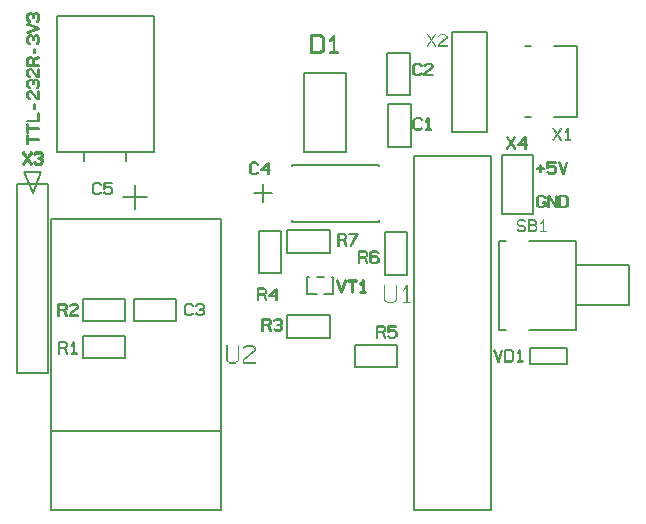
<source format=gbr>
*
G04 Job   : Z:\Rest\ESPto433\V2\PCB\V2.pcb*
G04 User  : DESKTOP-K7BKDL1:life*
G04 Layer : SilkTop.gbr*
G04 Date  : Mon Oct 04 20:14:53 2021*
%ICAS*%
%MOIN*%
%FSLAX26Y26*%
%OFA0.0000B0.0000*%
G90*
G74*
%ADD15C,0.00197*%
%ADD14C,0.00394*%
%ADD16C,0.00598*%
%ADD13C,0.00787*%
%ADD12C,0.00800*%
%ADD11C,0.00984*%
%ADD10C,0.01000*%
G01*
G54D10*
X1104386Y1001006D02*
X1103323D01*
X1103087Y1001045*
X1102890Y1001163*
X1102693Y1001321*
X1102615Y1001557*
X1089820Y1039313*
X1089780Y1039628*
X1089898Y1039865*
X1090135Y1040061*
X1090410Y1040218*
X1090685Y1040258*
X1090961Y1040218*
X1091197Y1040100*
X1091355Y1039825*
X1103835Y1002700*
X1116395Y1039825*
X1116551Y1040100*
X1116787Y1040218*
X1117063Y1040258*
X1117340Y1040218*
X1117615Y1040061*
X1117811Y1039865*
X1117890Y1039628*
X1117850Y1039313*
X1105135Y1001557*
X1105016Y1001321*
X1104780Y1001163*
X1104622Y1001045*
X1104386Y1001006*
X1139150Y1001793D02*
X1139190Y1001518D01*
X1139386Y1001281*
X1139661Y1001163*
X1139937Y1001125*
X1140213Y1001163*
X1140450Y1001281*
X1140646Y1001518*
X1140725Y1001793*
Y1038762*
X1153205*
X1153480Y1038841*
X1153717Y1038998*
X1153835Y1039275*
X1153875Y1039550*
X1153835Y1039865*
X1153717Y1040140*
X1153480Y1040337*
X1153205Y1040376*
X1126630*
X1126355Y1040337*
X1126157Y1040140*
X1126000Y1039865*
X1125961Y1039550*
X1126000Y1039275*
X1126157Y1038998*
X1126355Y1038841*
X1126630Y1038762*
X1139150*
Y1001793*
X1168756Y1002620D02*
X1168441Y1002541D01*
X1168283Y1002385*
X1168165Y1002108*
X1168126Y1001793*
X1168165Y1001518*
X1168283Y1001242*
X1168441Y1001045*
X1168756Y1001006*
X1184110*
X1184386Y1001045*
X1184622Y1001242*
X1184740Y1001518*
X1184780Y1001793*
X1184740Y1002108*
X1184622Y1002385*
X1184386Y1002541*
X1184110Y1002620*
X1177181*
Y1039590*
X1177142Y1039865*
X1177025Y1040061*
X1176827Y1040180*
X1176551Y1040218*
X1176355Y1040258*
X1176157*
X1176000Y1040180*
X1175843Y1040022*
X1168165Y1029235*
X1168047Y1028960*
Y1028683*
X1168165Y1028447*
X1168362Y1028250*
X1168598Y1028093*
X1168875Y1028015*
X1169031*
X1169150Y1028053*
X1169346Y1028290*
X1175646Y1037108*
Y1002620*
X1168756*
G54D11*
X69802Y1427637D02*
X57165Y1445550D01*
X44527Y1427637*
X44448Y1427480*
X44290Y1427401*
X44172Y1427361*
X44055*
X43780Y1427440*
X43542Y1427558*
X43345Y1427755*
X43188Y1427991*
X43150Y1428306*
X43267Y1428582*
X56141Y1446968*
X43267Y1465353*
X43150Y1465630*
Y1465905*
X43306Y1466180*
X43503Y1466377*
X43780Y1466495*
X44055Y1466575*
X44290Y1466535*
X44527Y1466338*
X57165Y1448385*
X69802Y1466338*
X70000Y1466535*
X70275Y1466575*
X70550Y1466495*
X70786Y1466377*
X71023Y1466180*
X71141Y1465905*
X71180Y1465630*
X71101Y1465353*
X58110Y1446968*
X71101Y1428582*
X71180Y1428267*
X71141Y1427991*
X71023Y1427716*
X70786Y1427520*
X70550Y1427361*
X70275Y1427322*
X70000Y1427401*
X69802Y1427637*
X87282Y1427440D02*
X80630Y1432835D01*
X80432Y1433030*
X80393Y1433267*
X80432Y1433542*
X80590Y1433818*
X80786Y1434015*
X81023Y1434172*
X81298Y1434212*
X81575Y1434133*
X87991Y1428897*
X100708*
X106850Y1433857*
Y1441180*
X100786Y1446180*
X94251*
X93936Y1446260*
X93740Y1446416*
X93621Y1446692*
X93582Y1446968*
X93621Y1447243*
X93740Y1447480*
X93936Y1447676*
X94251Y1447755*
X100786*
X106850Y1452755*
Y1460078*
X100708Y1465038*
X87991*
X81575Y1459802*
X81298Y1459723*
X81023Y1459763*
X80786Y1459881*
X80590Y1460117*
X80432Y1460353*
X80393Y1460630*
X80432Y1460905*
X80630Y1461101*
X87282Y1466495*
X87401Y1466535*
X87520Y1466575*
X87558Y1466613*
X87716Y1466653*
X100983*
X101180Y1466613*
X101260Y1466575*
X101377Y1466535*
X101495Y1466495*
X108150Y1461101*
X108267Y1460905*
X108306Y1460747*
X108385Y1460630*
X108425Y1460471*
Y1452361*
X108385Y1452243*
X108306Y1451968*
X108267Y1451771*
X108150Y1451692*
X102361Y1446968*
X108150Y1442243*
X108188Y1442165*
X108267Y1442086*
X108306Y1442046*
Y1441968*
X108385Y1441692*
X108425Y1441575*
Y1433465*
X108385Y1433267*
X108306Y1433110*
X108267Y1432952*
X108150Y1432835*
X101495Y1427440*
X101338Y1427361*
X101298Y1427322*
X101180*
X101141Y1427282*
X101101*
X100983*
X87716*
X87558Y1427322*
X87401Y1427361*
X87282Y1427440*
G54D12*
X243040Y780720D02*
X385040D01*
Y854720*
X243040*
Y780720*
Y902767D02*
X385040D01*
Y976767*
X243040*
Y902767*
X412330D02*
X554330D01*
Y976767*
X412330*
Y902767*
X814763Y1330708D02*
X874763D01*
X829141Y1062857D02*
X903141D01*
Y1204857*
X829141*
Y1062857*
X925062Y848826D02*
X1067062D01*
Y922826*
X925062*
Y848826*
Y1132290D02*
X1067062D01*
Y1206290*
X925062*
Y1132290*
X941613Y1240708D02*
Y1235708D01*
X1231613*
Y1240708*
X941613Y1420708D02*
Y1425708D01*
X1231613*
Y1420708*
X1149471Y750401D02*
X1291471D01*
Y824401*
X1149471*
Y750401*
X1250401Y1058920D02*
X1324401D01*
Y1200920*
X1250401*
Y1058920*
X1258275Y1657345D02*
X1332275D01*
Y1799345*
X1258275*
Y1657345*
X1262212Y1484117D02*
X1336212D01*
Y1626117*
X1262212*
Y1484117*
X1628666Y769218D02*
X1627603D01*
X1627367Y769257*
X1627170Y769375*
X1626973Y769532*
X1626895Y769770*
X1614100Y807525*
X1614060Y807840*
X1614178Y808076*
X1614415Y808273*
X1614690Y808430*
X1614966Y808470*
X1615241Y808430*
X1615477Y808312*
X1615635Y808036*
X1628115Y770910*
X1640675Y808036*
X1640832Y808312*
X1641068Y808430*
X1641343Y808470*
X1641620Y808430*
X1641895Y808273*
X1642092Y808076*
X1642170Y807840*
X1642131Y807525*
X1629415Y769770*
X1629296Y769532*
X1629060Y769375*
X1628903Y769257*
X1628666Y769218*
X1651777Y806973D02*
X1670556D01*
X1676698Y802013*
Y775792*
X1670556Y770832*
X1651777*
Y806973*
X1671343Y808430D02*
X1671147Y808510D01*
X1670990Y808548*
X1670832Y808588*
X1650910*
X1650635Y808510*
X1650400Y808312*
X1650202Y808076*
X1650123Y807800*
Y770005*
X1650202Y769690*
X1650400Y769493*
X1650635Y769257*
X1650910Y769218*
X1670832*
X1670990*
X1671068Y769257*
X1671147Y769296*
X1671343Y769375*
X1677997Y774770*
X1678115Y774926*
X1678155Y775005*
X1678233Y775202*
X1678273Y775400*
Y802406*
X1678233Y802603*
X1678155Y802721*
Y802840*
X1678115Y802880*
X1678036Y802918*
X1677997Y802997*
X1671343Y808430*
X1693036Y770832D02*
X1692721Y770753D01*
X1692565Y770595*
X1692446Y770320*
X1692406Y770005*
X1692446Y769730*
X1692565Y769455*
X1692721Y769257*
X1693036Y769218*
X1708391*
X1708666Y769257*
X1708903Y769455*
X1709021Y769730*
X1709060Y770005*
X1709021Y770320*
X1708903Y770595*
X1708666Y770753*
X1708391Y770832*
X1701462*
Y807800*
X1701422Y808076*
X1701305Y808273*
X1701107Y808391*
X1700832Y808430*
X1700635Y808470*
X1700438*
X1700280Y808391*
X1700123Y808233*
X1692446Y797446*
X1692328Y797170*
Y796895*
X1692446Y796658*
X1692643Y796462*
X1692880Y796305*
X1693155Y796225*
X1693312*
X1693430Y796265*
X1693627Y796501*
X1699926Y805320*
Y770832*
X1693036*
X1717013Y1585755D02*
X1736193D01*
X1732275Y760401D02*
X1858275D01*
Y814401*
X1732275*
Y760401*
X1736193Y1819755D02*
X1717013D01*
X1813393Y1585755D02*
X1889653D01*
Y1819755*
X1813393*
G54D13*
X22480Y732188D02*
X127205D01*
Y1362110*
X22480*
Y732188*
X58740Y1664448D02*
X64172Y1671101D01*
X64448Y1671338*
X64645Y1671416*
X64842Y1671495*
X65156Y1671535*
X70432*
X70630Y1671495*
X70905Y1671416*
X71180Y1671377*
X71338Y1671298*
X71495Y1671141*
X71613Y1670945*
X92205Y1645590*
X95550*
Y1670156*
X95590Y1670471*
X95668Y1670708*
X95826Y1670945*
X96023Y1671101*
X96456Y1671338*
X96928Y1671416*
X97361Y1671338*
X97835Y1671101*
X98030Y1670945*
X98150Y1670747*
X98227Y1670471*
X98267Y1670156*
Y1644172*
X98227Y1643857*
X98150Y1643621*
X98030Y1643425*
X97835Y1643267*
X97676Y1643070*
X97480Y1642952*
X97243Y1642873*
X96928Y1642835*
X91653*
X91535*
X91416Y1642873*
X91220Y1642912*
X90983Y1642991*
X90865Y1643110*
X90786Y1643150*
X90590Y1643306*
X69842Y1668857*
X65826*
X61260Y1663188*
Y1651180*
X66298Y1645038*
X66377Y1644763*
X66456Y1644448*
Y1644212*
X66416Y1643936*
X66180Y1643503*
X65865Y1643188*
X65471Y1642991*
X64960Y1642912*
X64723*
X64487Y1642991*
X64330Y1643150*
X64133Y1643345*
X58740Y1649960*
X59172*
X59487*
X59685*
X59723Y1649920*
X59212Y1650078*
X58857Y1650275*
X58621Y1650432*
X58542Y1650630*
Y1663660*
X58582Y1664015*
X58700Y1664172*
Y1664251*
X58740Y1664448*
Y1738936D02*
X64172Y1745590D01*
X64448Y1745826*
X64645Y1745905*
X64842Y1745983*
X65156Y1746023*
X70432*
X70630Y1745983*
X70905Y1745905*
X71180Y1745865*
X71338Y1745786*
X71495Y1745630*
X71613Y1745432*
X92205Y1720078*
X95550*
Y1744645*
X95590Y1744960*
X95668Y1745196*
X95826Y1745432*
X96023Y1745590*
X96456Y1745826*
X96928Y1745905*
X97361Y1745826*
X97835Y1745590*
X98030Y1745432*
X98150Y1745235*
X98227Y1744960*
X98267Y1744645*
Y1718660*
X98227Y1718345*
X98150Y1718110*
X98030Y1717912*
X97835Y1717755*
X97676Y1717558*
X97480Y1717440*
X97243Y1717361*
X96928Y1717322*
X91653*
X91535*
X91416Y1717361*
X91220Y1717401*
X90983Y1717480*
X90865Y1717597*
X90786Y1717637*
X90590Y1717795*
X69842Y1743345*
X65826*
X61260Y1737676*
Y1725668*
X66298Y1719527*
X66377Y1719251*
X66456Y1718936*
Y1718700*
X66416Y1718425*
X66180Y1717991*
X65865Y1717676*
X65471Y1717480*
X64960Y1717401*
X64723*
X64487Y1717480*
X64330Y1717637*
X64133Y1717835*
X58740Y1724448*
X59172*
X59487*
X59685*
X59723Y1724408*
X59212Y1724566*
X58857Y1724763*
X58621Y1724920*
X58542Y1725117*
Y1738150*
X58582Y1738503*
X58700Y1738660*
Y1738740*
X58740Y1738936*
X61260Y1757282D02*
Y1774960D01*
X65826Y1780630*
X72480*
X77086Y1775000*
Y1757282*
X61260*
X74251Y1782755D02*
X74172Y1782952D01*
X74015Y1783110*
X73857Y1783188*
X73621Y1783227*
X73385Y1783306*
X73110Y1783345*
X65196*
X64842Y1783306*
X64723Y1783267*
X64645Y1783227*
X64448Y1783188*
X64330Y1783070*
X64290Y1782991*
X64251Y1782952*
X58818Y1776220*
X58740Y1776023*
X58660Y1775905*
X58621Y1775826*
X58582Y1775668*
X58542Y1775393*
Y1755945*
X58582Y1755590*
X58660Y1755353*
X58818Y1755117*
X58975Y1754960*
X59133Y1754802*
X59330Y1754645*
X59605Y1754566*
X59881*
X96928*
X97243*
X97520Y1754645*
X97716Y1754802*
X97873Y1755000*
X98110Y1755432*
X98150Y1755865*
X98070Y1756377*
X97873Y1756850*
X97716Y1757046*
X97480Y1757165*
X97243Y1757282*
X96928*
X79723*
Y1774448*
X97361Y1780668*
X97637Y1780786*
X97835Y1780945*
X97991Y1781180*
X98070Y1781416*
X98150Y1781928*
X98030Y1782361*
X97835Y1782755*
X97480Y1783070*
X97282Y1783150*
X97007Y1783227*
X96692Y1783188*
X96338Y1783110*
X78857Y1776890*
X74251Y1782755*
X80000Y1612912D02*
Y1625315D01*
X80038Y1625630*
X80117Y1625865*
X80235Y1626101*
X80393Y1626260*
X80786Y1626456*
X81180Y1626535*
X81456Y1626495*
X81731Y1626456*
X81928Y1626338*
X82125Y1626220*
X82282Y1626062*
X82361Y1625865*
X82440Y1625590*
Y1625315*
Y1612912*
Y1612637*
X82361Y1612401*
X82282Y1612205*
X82125Y1612046*
X81928Y1611928*
X81731Y1611850*
X81456Y1611771*
X81180*
X80786Y1611810*
X80393Y1612046*
X80235Y1612205*
X80117Y1612401*
X80038Y1612637*
X80000Y1612912*
Y1797637D02*
Y1810038D01*
X80038Y1810353*
X80117Y1810590*
X80235Y1810826*
X80393Y1810983*
X80786Y1811180*
X81180Y1811260*
X81456Y1811220*
X81731Y1811180*
X81928Y1811062*
X82125Y1810945*
X82282Y1810786*
X82361Y1810590*
X82440Y1810315*
Y1810038*
Y1797637*
Y1797361*
X82361Y1797125*
X82282Y1796928*
X82125Y1796771*
X81928Y1796653*
X81731Y1796575*
X81456Y1796495*
X81180*
X80786Y1796535*
X80393Y1796771*
X80235Y1796928*
X80117Y1797125*
X80038Y1797361*
X80000Y1797637*
X96928Y1508345D02*
X97243Y1508385D01*
X97480Y1508465*
X97676Y1508582*
X97873Y1508780*
X98070Y1509212*
X98150Y1509685*
X98070Y1510156*
X97835Y1510590*
X97676Y1510786*
X97480Y1510945*
X97205Y1511023*
X96928Y1511062*
X61260*
Y1522716*
X61220Y1522991*
X61141Y1523267*
X60983Y1523465*
X60786Y1523660*
X60353Y1523857*
X59920Y1523936*
X59448Y1523857*
X58975Y1523660*
X58780Y1523465*
X58660Y1523267*
X58582Y1522991*
X58542Y1522716*
Y1496653*
X58582Y1496377*
X58660Y1496101*
X58780Y1495905*
X58975Y1495747*
X59448Y1495511*
X59920Y1495432*
X60393Y1495511*
X60826Y1495747*
X60983Y1495905*
X61141Y1496101*
X61220Y1496377*
X61260Y1496653*
Y1508345*
X96928*
Y1545590D02*
X97243Y1545630D01*
X97480Y1545708*
X97676Y1545826*
X97873Y1546023*
X98070Y1546456*
X98150Y1546928*
X98070Y1547401*
X97835Y1547835*
X97676Y1548030*
X97480Y1548188*
X97205Y1548267*
X96928Y1548306*
X61260*
Y1559960*
X61220Y1560235*
X61141Y1560511*
X60983Y1560708*
X60786Y1560905*
X60353Y1561101*
X59920Y1561180*
X59448Y1561101*
X58975Y1560905*
X58780Y1560708*
X58660Y1560511*
X58582Y1560235*
X58542Y1559960*
Y1533897*
X58582Y1533621*
X58660Y1533345*
X58780Y1533150*
X58975Y1532991*
X59448Y1532755*
X59920Y1532676*
X60393Y1532755*
X60826Y1532991*
X60983Y1533150*
X61141Y1533345*
X61220Y1533621*
X61260Y1533897*
Y1545590*
X96928*
Y1569842D02*
X97243D01*
X97480Y1569920*
X97716Y1570078*
X97835Y1570235*
X98030Y1570393*
X98150Y1570590*
X98227Y1570865*
X98267Y1571141*
Y1597205*
X98227Y1597480*
X98150Y1597755*
X98030Y1597952*
X97835Y1598150*
X97401Y1598345*
X96928Y1598425*
X96495Y1598345*
X96023Y1598150*
X95826Y1597952*
X95668Y1597755*
X95590Y1597480*
X95550Y1597205*
Y1572558*
X59881*
X59605*
X59370Y1572440*
X59133Y1572322*
X58975Y1572125*
X58740Y1571653*
X58660Y1571141*
X58740Y1570708*
X58975Y1570275*
X59133Y1570078*
X59330Y1569920*
X59605Y1569842*
X59881*
X96928*
X97991Y1687086D02*
X92676Y1680590D01*
X92520Y1680393*
X92322Y1680235*
X92086Y1680156*
X91850*
X91377Y1680235*
X90945Y1680432*
X90630Y1680747*
X90432Y1681180*
X90353Y1681416*
X90393Y1681692*
X90432Y1681968*
X90550Y1682243*
X95550Y1688385*
Y1700432*
X90983Y1706101*
X84330*
X79723Y1700471*
Y1694290*
X79685Y1694015*
X79605Y1693740*
X79487Y1693542*
X79290Y1693385*
X78857Y1693150*
X78425Y1693070*
X77952Y1693150*
X77520Y1693385*
X77322Y1693542*
X77205Y1693740*
X77125Y1694015*
X77086Y1694290*
Y1700511*
X72480Y1706101*
X65826*
X61260Y1700432*
Y1688385*
X66260Y1682243*
X66377Y1681968*
X66456Y1681692*
Y1681416*
X66377Y1681180*
X66180Y1680747*
X65865Y1680432*
X65471Y1680235*
X64960Y1680156*
X64723*
X64487Y1680235*
X64330Y1680393*
X64133Y1680590*
X58740Y1687205*
X59172*
X59487*
X59685*
X59723Y1687165*
X59212Y1687361*
X58857Y1687520*
X58621Y1687716*
X58542Y1687912*
Y1700905*
X58582Y1701260*
X58700Y1701456*
Y1701495*
X58740Y1701692*
X64172Y1708345*
X64330Y1708465*
X64448Y1708582*
X64566Y1708660*
X64685*
X64842Y1708740*
X65156Y1708780*
X73110*
X73306Y1708740*
X73582Y1708660*
X73818Y1708621*
X74015Y1708542*
X74172Y1708385*
X74251Y1708188*
X78425Y1702795*
X82716Y1708385*
X82755Y1708425*
X82835Y1708542*
X82952Y1708621*
X83227Y1708660*
X83542Y1708740*
X83700Y1708780*
X91653*
X91850*
X92007Y1708740*
X92125Y1708700*
X92205Y1708660*
X92401Y1708621*
X92520Y1708542*
X92637Y1708385*
X92755Y1708188*
X98030Y1701731*
X98188Y1701456*
X98227Y1701377*
Y1701338*
X98267Y1701260*
Y1701141*
Y1700905*
Y1687912*
Y1687637*
X98227Y1687520*
X98150Y1687322*
X97991Y1687086*
Y1834566D02*
X92676Y1828070D01*
X92520Y1827873*
X92322Y1827716*
X92086Y1827637*
X91850*
X91377Y1827716*
X90945Y1827912*
X90630Y1828227*
X90432Y1828660*
X90353Y1828897*
X90393Y1829172*
X90432Y1829448*
X90550Y1829723*
X95550Y1835865*
Y1847912*
X90983Y1853582*
X84330*
X79723Y1847952*
Y1841771*
X79685Y1841495*
X79605Y1841220*
X79487Y1841023*
X79290Y1840865*
X78857Y1840630*
X78425Y1840550*
X77952Y1840630*
X77520Y1840865*
X77322Y1841023*
X77205Y1841220*
X77125Y1841495*
X77086Y1841771*
Y1847991*
X72480Y1853582*
X65826*
X61260Y1847912*
Y1835865*
X66260Y1829723*
X66377Y1829448*
X66456Y1829172*
Y1828897*
X66377Y1828660*
X66180Y1828227*
X65865Y1827912*
X65471Y1827716*
X64960Y1827637*
X64723*
X64487Y1827716*
X64330Y1827873*
X64133Y1828070*
X58740Y1834685*
X59172*
X59487*
X59685*
X59723Y1834645*
X59212Y1834842*
X58857Y1835000*
X58621Y1835196*
X58542Y1835393*
Y1848385*
X58582Y1848740*
X58700Y1848936*
Y1848975*
X58740Y1849172*
X64172Y1855826*
X64330Y1855945*
X64448Y1856062*
X64566Y1856141*
X64685*
X64842Y1856220*
X65156Y1856260*
X73110*
X73306Y1856220*
X73582Y1856141*
X73818Y1856101*
X74015Y1856023*
X74172Y1855865*
X74251Y1855668*
X78425Y1850275*
X82716Y1855865*
X82755Y1855905*
X82835Y1856023*
X82952Y1856101*
X83227Y1856141*
X83542Y1856220*
X83700Y1856260*
X91653*
X91850*
X92007Y1856220*
X92125Y1856180*
X92205Y1856141*
X92401Y1856101*
X92520Y1856023*
X92637Y1855865*
X92755Y1855668*
X98030Y1849212*
X98188Y1848936*
X98227Y1848857*
Y1848818*
X98267Y1848740*
Y1848621*
Y1848385*
Y1835393*
Y1835117*
X98227Y1835000*
X98150Y1834802*
X97991Y1834566*
Y1909055D02*
X92676Y1902558D01*
X92520Y1902361*
X92322Y1902205*
X92086Y1902125*
X91850*
X91377Y1902205*
X90945Y1902401*
X90630Y1902716*
X90432Y1903150*
X90353Y1903385*
X90393Y1903660*
X90432Y1903936*
X90550Y1904212*
X95550Y1910353*
Y1922401*
X90983Y1928070*
X84330*
X79723Y1922440*
Y1916260*
X79685Y1915983*
X79605Y1915708*
X79487Y1915511*
X79290Y1915353*
X78857Y1915117*
X78425Y1915038*
X77952Y1915117*
X77520Y1915353*
X77322Y1915511*
X77205Y1915708*
X77125Y1915983*
X77086Y1916260*
Y1922480*
X72480Y1928070*
X65826*
X61260Y1922401*
Y1910353*
X66260Y1904212*
X66377Y1903936*
X66456Y1903660*
Y1903385*
X66377Y1903150*
X66180Y1902716*
X65865Y1902401*
X65471Y1902205*
X64960Y1902125*
X64723*
X64487Y1902205*
X64330Y1902361*
X64133Y1902558*
X58740Y1909172*
X59172*
X59487*
X59685*
X59723Y1909133*
X59212Y1909330*
X58857Y1909487*
X58621Y1909685*
X58542Y1909881*
Y1922873*
X58582Y1923227*
X58700Y1923425*
Y1923465*
X58740Y1923660*
X64172Y1930315*
X64330Y1930432*
X64448Y1930550*
X64566Y1930630*
X64685*
X64842Y1930708*
X65156Y1930747*
X73110*
X73306Y1930708*
X73582Y1930630*
X73818Y1930590*
X74015Y1930511*
X74172Y1930353*
X74251Y1930156*
X78425Y1924763*
X82716Y1930353*
X82755Y1930393*
X82835Y1930511*
X82952Y1930590*
X83227Y1930630*
X83542Y1930708*
X83700Y1930747*
X91653*
X91850*
X92007Y1930708*
X92125Y1930668*
X92205Y1930630*
X92401Y1930590*
X92520Y1930511*
X92637Y1930353*
X92755Y1930156*
X98030Y1923700*
X98188Y1923425*
X98227Y1923345*
Y1923306*
X98267Y1923227*
Y1923110*
Y1922873*
Y1909881*
Y1909605*
X98227Y1909487*
X98150Y1909290*
X97991Y1909055*
X98267Y1880786D02*
Y1879723D01*
X98227Y1879290*
X98030Y1878975*
X97912Y1878740*
X97755Y1878582*
X97520Y1878503*
X97282Y1878465*
X60353Y1865983*
X60038Y1865945*
X59763*
X59527Y1866023*
X59330Y1866141*
X58975Y1866456*
X58780Y1866850*
X58700Y1867322*
X58780Y1867835*
X58857Y1868070*
X59015Y1868267*
X59212Y1868425*
X59487Y1868542*
X95511Y1880235*
X59487Y1892007*
X59212Y1892125*
X59015Y1892282*
X58857Y1892480*
X58740Y1892716*
X58700Y1893188*
X58780Y1893660*
X59015Y1894093*
X59330Y1894408*
X59566Y1894487*
X59802Y1894566*
X60038*
X60353Y1894527*
X97322Y1882046*
X97558Y1882007*
X97755Y1881890*
X97912Y1881731*
X98030Y1881495*
X98227Y1881180*
X98267Y1880786*
X105157Y1400298D02*
X75630Y1331400D01*
X46102Y1400298*
X105157*
X137360Y273335D02*
X704290D01*
Y537115*
X137360*
Y273335*
Y537115D02*
X704290D01*
Y1245776*
X137360*
Y537115*
X157480Y1468503D02*
X480315D01*
Y1921260*
X157480*
Y1468503*
X163690Y959340D02*
X182510D01*
X188651Y954380*
Y947057*
X182510Y942057*
X163690*
Y959340*
X165235Y832950D02*
X184053D01*
X190195Y827990*
Y820667*
X184053Y815667*
X165235*
Y832950*
X189950Y945995D02*
X190068Y946073D01*
X190108Y946270*
X190226Y946466*
Y946663*
Y954773*
Y954970*
X190108Y955088*
Y955206*
X190068Y955246*
X190030Y955285*
X189950Y955365*
X183257Y960797*
X183060Y960876*
X182903Y960915*
X182746Y960955*
X162903*
X162550Y960876*
X162312Y960680*
X162116Y960443*
X162037Y960167*
Y922372*
X162116Y922057*
X162312Y921860*
X162550Y921742*
X162825Y921702*
X163140Y921742*
X163415Y921860*
X163612Y922057*
X163690Y922372*
Y940482*
X182195*
X188651Y922136*
X188810Y921860*
X189085Y921702*
X189400Y921663*
X189635Y921742*
X189872Y921860*
X190068Y922057*
X190186Y922332*
X190108Y922647*
X183651Y940995*
X189950Y945995*
X191495Y819605D02*
X191612Y819683D01*
X191651Y819880*
X191770Y820076*
Y820273*
Y828385*
Y828580*
X191651Y828700*
Y828817*
X191612Y828856*
X191572Y828895*
X191495Y828975*
X184801Y834407*
X184605Y834486*
X184446Y834525*
X184290Y834565*
X164446*
X164092Y834486*
X163856Y834290*
X163660Y834053*
X163580Y833777*
Y795982*
X163660Y795667*
X163856Y795470*
X164092Y795352*
X164368Y795313*
X164683Y795352*
X164958Y795470*
X165155Y795667*
X165235Y795982*
Y814092*
X183738*
X190195Y795746*
X190352Y795470*
X190627Y795313*
X190942Y795273*
X191180Y795352*
X191415Y795470*
X191612Y795667*
X191730Y795943*
X191651Y796258*
X185195Y814605*
X191495Y819605*
X206495Y796810D02*
X206180Y796730D01*
X206021Y796573*
X205903Y796297*
X205865Y795982*
X205903Y795706*
X206021Y795431*
X206180Y795235*
X206495Y795195*
X221848*
X222123Y795235*
X222360Y795431*
X222478Y795706*
X222517Y795982*
X222478Y796297*
X222360Y796573*
X222123Y796730*
X221848Y796810*
X214920*
Y833777*
X214880Y834053*
X214761Y834250*
X214565Y834368*
X214290Y834407*
X214092Y834447*
X213895*
X213738Y834368*
X213580Y834210*
X205903Y823423*
X205785Y823147*
Y822872*
X205903Y822636*
X206100Y822440*
X206336Y822281*
X206612Y822202*
X206770*
X206887Y822242*
X207085Y822478*
X213383Y831297*
Y796810*
X206495*
X220501Y960797D02*
X227116Y955403D01*
X227235Y955206*
X227273Y955050*
X227352Y954931*
X227391Y954773*
Y949380*
X227352Y949222*
X227273Y948986*
X227235Y948790*
X227116Y948710*
X200895Y927411*
Y923200*
X226605*
X226880Y923120*
X227116Y922962*
X227235Y922687*
X227273Y922372*
X227235Y922096*
X227116Y921821*
X226880Y921663*
X226605Y921585*
X200068*
X199753Y921663*
X199557Y921860*
X199360Y922057*
X199281Y922372*
Y927765*
X199320Y927885*
X199400Y928160*
X199478Y928277*
X199557Y928356*
X199635Y928435*
X225816Y949773*
Y954380*
X219675Y959340*
X206958*
X200541Y954105*
X200265Y954025*
X199990Y954065*
X199753Y954183*
X199596Y954420*
X199438Y954655*
X199400Y954931*
Y955088*
X199438Y955206*
X199635Y955403*
X206250Y960797*
X206407Y960836*
X206525Y960876*
X206565Y960915*
X206722Y960955*
X219990*
X220147Y960915*
X220186*
X220226Y960876*
X220345Y960836*
X220501Y960797*
X248030Y1468503D02*
Y1437007D01*
X283936Y1326653D02*
X277322Y1332046D01*
X277125Y1332165*
X277086Y1332322*
X277007Y1332480*
X276968Y1332676*
Y1359685*
X277007Y1359881*
X277086Y1360038*
X277165Y1360117*
X277205Y1360196*
X277282Y1360315*
X283936Y1365708*
X284055Y1365747*
X284172Y1365786*
X284212Y1365826*
X284370Y1365865*
X297637*
X297835Y1365826*
X297912Y1365786*
X298030Y1365747*
X298150Y1365708*
X304802Y1360315*
X304960Y1360117*
X305038Y1359802*
X305000Y1359566*
X304920Y1359370*
X304802Y1359212*
X304605Y1359055*
X304408Y1358936*
X304212Y1358897*
X304015*
X303857Y1359015*
X297361Y1364251*
X284645*
X278582Y1359290*
Y1333070*
X284645Y1328110*
X297361*
X303857Y1333345*
X304015Y1333425*
X304212Y1333465*
X304408Y1333425*
X304605Y1333306*
X304802Y1333150*
X304920Y1332952*
X305000Y1332716*
X305038Y1332480*
X304960Y1332243*
X304802Y1332046*
X298150Y1326653*
X297991Y1326575*
X297952Y1326535*
X297835*
X297795Y1326495*
X297755*
X297637*
X284370*
X284212Y1326535*
X284055Y1326575*
X283936Y1326653*
X321495Y1352322D02*
X321338Y1352282D01*
X321220Y1352243*
X321062Y1352165*
X315708Y1347835*
Y1364251*
X341416*
X341692Y1364330*
X341928Y1364487*
X342046Y1364763*
X342086Y1365038*
X342046Y1365353*
X341928Y1365590*
X341692Y1365786*
X341416Y1365865*
X314842*
X314566Y1365786*
X314330Y1365590*
X314133Y1365353*
X314055Y1365078*
Y1346141*
X314093Y1345865*
X314212Y1345668*
X314370Y1345550*
X314645Y1345471*
X314842Y1345393*
X315000Y1345353*
X315196Y1345393*
X315353Y1345511*
X321771Y1350747*
X334487*
X340630Y1345747*
Y1333070*
X334487Y1328150*
X321771*
X315353Y1333345*
X315078Y1333465*
X314842*
X314605Y1333306*
X314370Y1333110*
X314212Y1332835*
X314172Y1332558*
X314212Y1332282*
X314408Y1332086*
X321062Y1326653*
X321180Y1326575*
X321338*
X321495Y1326495*
X334763*
X334881*
X334920Y1326535*
X334960*
X335038Y1326575*
X335117*
X335275Y1326653*
X341928Y1332086*
X342046Y1332205*
X342086Y1332282*
X342165Y1332520*
X342205Y1332676*
Y1346141*
X342165Y1346298*
X342086Y1346535*
Y1346613*
X342046Y1346653*
X341968Y1346731*
X341928Y1346810*
X335275Y1352165*
X335078Y1352243*
X334920Y1352282*
X334763Y1352322*
X321495*
X385826Y1468503D02*
Y1437007D01*
X417322Y1277558D02*
Y1356298D01*
X456692Y1316928D02*
X377952D01*
X590317Y923436D02*
X583703Y928830D01*
X583506Y928948*
X583467Y929105*
X583388Y929263*
X583350Y929460*
Y956468*
X583388Y956665*
X583467Y956822*
X583546Y956901*
X583585Y956980*
X583665Y957098*
X590317Y962491*
X590435Y962531*
X590553Y962570*
X590593Y962610*
X590750Y962650*
X604018*
X604215Y962610*
X604295Y962570*
X604412Y962531*
X604530Y962491*
X611183Y957098*
X611341Y956901*
X611420Y956586*
X611380Y956350*
X611302Y956153*
X611183Y955995*
X610987Y955838*
X610790Y955720*
X610593Y955680*
X610396*
X610240Y955798*
X603742Y961035*
X591026*
X584963Y956075*
Y929853*
X591026Y924893*
X603742*
X610240Y930130*
X610396Y930208*
X610593Y930247*
X610790Y930208*
X610987Y930090*
X611183Y929932*
X611302Y929735*
X611380Y929500*
X611420Y929263*
X611341Y929027*
X611183Y928830*
X604530Y923436*
X604372Y923357*
X604333Y923318*
X604215*
X604176Y923280*
X604136*
X604018*
X590750*
X590593Y923318*
X590435Y923357*
X590317Y923436*
X627443D02*
X620790Y928830D01*
X620593Y929027*
X620553Y929263*
X620593Y929540*
X620750Y929815*
X620947Y930011*
X621183Y930168*
X621460Y930208*
X621735Y930130*
X628152Y924893*
X640868*
X647010Y929853*
Y937176*
X640947Y942176*
X634412*
X634097Y942255*
X633900Y942413*
X633782Y942688*
X633742Y942965*
X633782Y943240*
X633900Y943476*
X634097Y943672*
X634412Y943751*
X640947*
X647010Y948751*
Y956075*
X640868Y961035*
X628152*
X621735Y955798*
X621460Y955720*
X621183Y955760*
X620947Y955877*
X620750Y956113*
X620593Y956350*
X620553Y956625*
X620593Y956901*
X620790Y957098*
X627443Y962491*
X627561Y962531*
X627680Y962570*
X627720Y962610*
X627876Y962650*
X641145*
X641341Y962610*
X641420Y962570*
X641538Y962531*
X641656Y962491*
X648310Y957098*
X648428Y956901*
X648467Y956743*
X648546Y956625*
X648585Y956468*
Y948357*
X648546Y948240*
X648467Y947965*
X648428Y947767*
X648310Y947688*
X642522Y942965*
X648310Y938240*
X648350Y938161*
X648428Y938082*
X648467Y938042*
Y937965*
X648546Y937688*
X648585Y937570*
Y929460*
X648546Y929263*
X648467Y929105*
X648428Y928948*
X648310Y928830*
X641656Y923436*
X641498Y923357*
X641460Y923318*
X641341*
X641302Y923280*
X641262*
X641145*
X627876*
X627720Y923318*
X627561Y923357*
X627443Y923436*
X807795Y1393582D02*
X801180Y1398975D01*
X800983Y1399093*
X800945Y1399251*
X800865Y1399408*
X800826Y1399605*
Y1426613*
X800865Y1426810*
X800945Y1426968*
X801023Y1427046*
X801062Y1427125*
X801141Y1427243*
X807795Y1432637*
X807912Y1432676*
X808030Y1432716*
X808070Y1432755*
X808227Y1432795*
X821495*
X821692Y1432755*
X821771Y1432716*
X821890Y1432676*
X822007Y1432637*
X828660Y1427243*
X828818Y1427046*
X828897Y1426731*
X828857Y1426495*
X828780Y1426298*
X828660Y1426141*
X828465Y1425983*
X828267Y1425865*
X828070Y1425826*
X827873*
X827716Y1425945*
X821220Y1431180*
X808503*
X802440Y1426220*
Y1400000*
X808503Y1395038*
X821220*
X827716Y1400275*
X827873Y1400353*
X828070Y1400393*
X828267Y1400353*
X828465Y1400235*
X828660Y1400078*
X828780Y1399881*
X828857Y1399645*
X828897Y1399408*
X828818Y1399172*
X828660Y1398975*
X822007Y1393582*
X821850Y1393503*
X821810Y1393465*
X821692*
X821653Y1393425*
X821613*
X821495*
X808227*
X808070Y1393465*
X807912Y1393503*
X807795Y1393582*
X828475Y1011210D02*
X847293D01*
X853435Y1006248*
Y998925*
X847293Y993925*
X828475*
Y1011210*
X840668Y1407755D02*
X861850Y1428857D01*
Y1407755*
X840668*
X843340Y908930D02*
X862158D01*
X868300Y903970*
Y896647*
X862158Y891647*
X843340*
Y908930*
X844881Y1360630D02*
Y1300786D01*
X854735Y997862D02*
X854852Y997941D01*
X854892Y998138*
X855010Y998335*
Y998531*
Y1006642*
Y1006840*
X854892Y1006957*
Y1007075*
X854852Y1007115*
X854813Y1007155*
X854735Y1007232*
X848041Y1012665*
X847845Y1012745*
X847687Y1012783*
X847530Y1012823*
X827687*
X827333Y1012745*
X827096Y1012547*
X826900Y1012311*
X826821Y1012035*
Y974240*
X826900Y973925*
X827096Y973728*
X827333Y973610*
X827608Y973571*
X827923Y973610*
X828200Y973728*
X828396Y973925*
X828475Y974240*
Y992350*
X846978*
X853435Y974005*
X853593Y973728*
X853868Y973571*
X854183Y973531*
X854420Y973610*
X854655Y973728*
X854852Y973925*
X854970Y974201*
X854892Y974516*
X848435Y992862*
X854735Y997862*
X861850Y1394212D02*
X861890Y1393897D01*
X862086Y1393700*
X862361Y1393582*
X862637Y1393542*
X862912Y1393582*
X863150Y1393700*
X863345Y1393897*
X863425Y1394212*
Y1406141*
X865275*
X865550Y1406220*
X865786Y1406377*
X865905Y1406653*
X865945Y1406928*
X865905Y1407243*
X865786Y1407520*
X865550Y1407716*
X865275Y1407755*
X863425*
Y1430905*
X863385Y1431101*
X863267Y1431260*
X863110Y1431416*
X862912Y1431535*
X862676Y1431613*
X862440Y1431653*
X862243Y1431613*
X862046Y1431456*
X838150Y1407558*
X837991Y1407322*
X837912Y1407086*
X837952Y1406850*
X838110Y1406575*
X838188Y1406377*
X838345Y1406260*
X838503Y1406180*
X838700Y1406141*
X861850*
Y1394212*
X866781Y987783D02*
X887963Y1008886D01*
Y987783*
X866781*
X869600Y895585D02*
X869718Y895662D01*
X869757Y895860*
X869875Y896056*
Y896253*
Y904363*
Y904560*
X869757Y904678*
Y904796*
X869718Y904836*
X869678Y904875*
X869600Y904955*
X862906Y910387*
X862710Y910466*
X862552Y910505*
X862395Y910545*
X842552*
X842198Y910466*
X841962Y910270*
X841765Y910032*
X841686Y909757*
Y871962*
X841765Y871647*
X841962Y871450*
X842198Y871332*
X842473Y871292*
X842788Y871332*
X843065Y871450*
X843261Y871647*
X843340Y871962*
Y890072*
X861843*
X868300Y871725*
X868458Y871450*
X868733Y871292*
X869048Y871253*
X869285Y871332*
X869521Y871450*
X869718Y871647*
X869836Y871922*
X869757Y872237*
X863300Y890585*
X869600Y895585*
X885900Y871332D02*
X879245Y876725D01*
X879048Y876922*
X879010Y877158*
X879048Y877435*
X879206Y877710*
X879403Y877906*
X879640Y878065*
X879915Y878103*
X880190Y878025*
X886607Y872788*
X899325*
X905466Y877750*
Y885072*
X899403Y890072*
X892867*
X892552Y890151*
X892355Y890308*
X892237Y890585*
X892198Y890860*
X892237Y891135*
X892355Y891371*
X892552Y891568*
X892867Y891647*
X899403*
X905466Y896647*
Y903970*
X899325Y908930*
X886607*
X880190Y903695*
X879915Y903615*
X879640Y903655*
X879403Y903773*
X879206Y904010*
X879048Y904245*
X879010Y904521*
X879048Y904796*
X879245Y904993*
X885900Y910387*
X886017Y910426*
X886135Y910466*
X886175Y910505*
X886332Y910545*
X899600*
X899796Y910505*
X899875Y910466*
X899993Y910426*
X900111Y910387*
X906765Y904993*
X906883Y904796*
X906922Y904640*
X907001Y904521*
X907040Y904363*
Y896253*
X907001Y896135*
X906922Y895860*
X906883Y895662*
X906765Y895585*
X900977Y890860*
X906765Y886135*
X906805Y886056*
X906883Y885977*
X906922Y885938*
Y885860*
X907001Y885585*
X907040Y885466*
Y877355*
X907001Y877158*
X906922Y877001*
X906883Y876843*
X906765Y876725*
X900111Y871332*
X899955Y871253*
X899915Y871215*
X899796*
X899757Y871175*
X899718*
X899600*
X886332*
X886175Y871215*
X886017Y871253*
X885900Y871332*
X887963Y974240D02*
X888002Y973925D01*
X888200Y973728*
X888475Y973610*
X888750Y973571*
X889026Y973610*
X889262Y973728*
X889460Y973925*
X889537Y974240*
Y986170*
X891388*
X891663Y986248*
X891900Y986405*
X892018Y986681*
X892057Y986957*
X892018Y987272*
X891900Y987547*
X891663Y987745*
X891388Y987783*
X889537*
Y1010933*
X889498Y1011130*
X889380Y1011287*
X889222Y1011445*
X889026Y1011563*
X888790Y1011642*
X888553Y1011681*
X888356Y1011642*
X888160Y1011485*
X864262Y987587*
X864105Y987350*
X864026Y987115*
X864065Y986878*
X864222Y986602*
X864301Y986405*
X864460Y986287*
X864616Y986210*
X864813Y986170*
X887963*
Y974240*
X1006771Y1854055D02*
X1034940D01*
X1044153Y1846613*
Y1807282*
X1034940Y1799842*
X1006771*
Y1854055*
X1022637Y996062D02*
X992125D01*
Y1051180*
X997046*
X992125*
Y996062*
X1022637*
Y1051180D02*
X1048227D01*
X1022637*
X1036121Y1856240D02*
X1035826Y1856357D01*
X1035590Y1856416*
X1035353Y1856475*
X1005471*
X1005058Y1856357*
X1004705Y1856062*
X1004408Y1855708*
X1004290Y1855295*
Y1798601*
X1004408Y1798130*
X1004705Y1797835*
X1005058Y1797480*
X1005471Y1797420*
X1035353*
X1035590*
X1035708Y1797480*
X1035826Y1797538*
X1036121Y1797656*
X1046101Y1805747*
X1046280Y1805983*
X1046338Y1806101*
X1046456Y1806397*
X1046515Y1806692*
Y1847205*
X1046456Y1847500*
X1046338Y1847676*
Y1847853*
X1046280Y1847912*
X1046160Y1847971*
X1046101Y1848090*
X1036121Y1856240*
X1068660Y1799842D02*
X1068188Y1799723D01*
X1067952Y1799487*
X1067775Y1799075*
X1067716Y1798601*
X1067775Y1798188*
X1067952Y1797775*
X1068188Y1797480*
X1068660Y1797420*
X1091692*
X1092105Y1797480*
X1092460Y1797775*
X1092637Y1798188*
X1092696Y1798601*
X1092637Y1799075*
X1092460Y1799487*
X1092105Y1799723*
X1091692Y1799842*
X1081298*
Y1855295*
X1081240Y1855708*
X1081062Y1856003*
X1080767Y1856180*
X1080353Y1856240*
X1080058Y1856298*
X1079763*
X1079527Y1856180*
X1079290Y1855945*
X1067775Y1839763*
X1067597Y1839350*
Y1838936*
X1067775Y1838582*
X1068070Y1838286*
X1068425Y1838050*
X1068838Y1837932*
X1069075*
X1069251Y1837991*
X1069546Y1838345*
X1078995Y1851575*
Y1799842*
X1068660*
X1078740Y996062D02*
X1048227D01*
X1078740*
Y1051180*
X1073818*
X1078740*
Y996062*
X1095715Y1192800D02*
X1114532D01*
X1120675Y1187840*
Y1180517*
X1114532Y1175517*
X1095715*
Y1192800*
X1121973Y1179455D02*
X1122092Y1179532D01*
X1122131Y1179730*
X1122250Y1179926*
Y1180123*
Y1188233*
Y1188430*
X1122131Y1188548*
Y1188666*
X1122092Y1188706*
X1122052Y1188745*
X1121973Y1188825*
X1115280Y1194257*
X1115085Y1194336*
X1114926Y1194375*
X1114770Y1194415*
X1094926*
X1094572Y1194336*
X1094336Y1194140*
X1094140Y1193903*
X1094060Y1193627*
Y1155832*
X1094140Y1155517*
X1094336Y1155320*
X1094572Y1155202*
X1094847Y1155162*
X1095162Y1155202*
X1095438Y1155320*
X1095635Y1155517*
X1095715Y1155832*
Y1173942*
X1114218*
X1120675Y1155595*
X1120832Y1155320*
X1121107Y1155162*
X1121422Y1155123*
X1121658Y1155202*
X1121895Y1155320*
X1122092Y1155517*
X1122210Y1155792*
X1122131Y1156107*
X1115675Y1174455*
X1121973Y1179455*
X1136737Y1156225D02*
X1136658Y1155950D01*
X1136698Y1155675*
X1136895Y1155438*
X1137092Y1155280*
X1137367Y1155202*
X1137643Y1155162*
X1137880Y1155241*
X1138076Y1155477*
X1159296Y1193233*
X1159375Y1193430*
Y1193588*
Y1193745*
X1159296Y1193903*
X1159178Y1194140*
X1159021Y1194296*
X1158825Y1194375*
X1158627Y1194415*
X1132052*
X1131777Y1194336*
X1131580Y1194140*
X1131422Y1193903*
X1131383Y1193588*
X1131422Y1193312*
X1131580Y1193036*
X1131777Y1192840*
X1132052Y1192800*
X1157288*
X1136737Y1156225*
X1165495Y1134820D02*
X1184313D01*
X1190455Y1129858*
Y1122535*
X1184313Y1117535*
X1165495*
Y1134820*
X1191755Y1121472D02*
X1191872Y1121551D01*
X1191911Y1121748*
X1192030Y1121945*
Y1122142*
Y1130252*
Y1130450*
X1191911Y1130567*
Y1130685*
X1191872Y1130725*
X1191833Y1130765*
X1191755Y1130843*
X1185061Y1136276*
X1184865Y1136355*
X1184707Y1136395*
X1184550Y1136433*
X1164707*
X1164352Y1136355*
X1164116Y1136157*
X1163920Y1135921*
X1163841Y1135646*
Y1097850*
X1163920Y1097535*
X1164116Y1097340*
X1164352Y1097220*
X1164628Y1097181*
X1164943Y1097220*
X1165218Y1097340*
X1165415Y1097535*
X1165495Y1097850*
Y1115961*
X1183998*
X1190455Y1097615*
X1190612Y1097340*
X1190888Y1097181*
X1191203Y1097142*
X1191440Y1097220*
X1191675Y1097340*
X1191872Y1097535*
X1191990Y1097811*
X1191911Y1098126*
X1185455Y1116472*
X1191755Y1121472*
X1202700Y1113677D02*
Y1103638D01*
X1208762Y1098677*
X1221478*
X1227620Y1103638*
Y1113677*
X1221478Y1118677*
X1208762*
X1202700Y1113677*
X1222305Y1136276D02*
X1228920Y1130882D01*
X1229116Y1130685*
X1229155Y1130370*
X1229116Y1130135*
X1229037Y1129937*
X1228920Y1129780*
X1228722Y1129622*
X1228526Y1129505*
X1228330Y1129465*
X1228132*
X1227975Y1129583*
X1221518Y1134820*
X1208762*
X1202700Y1129858*
Y1115725*
X1208053Y1120095*
X1208211Y1120135*
X1208290Y1120173*
X1208330*
Y1120213*
X1208526Y1120252*
X1221793*
X1221951Y1120213*
Y1120173*
X1222030*
X1222148Y1120135*
X1222266Y1120095*
X1228920Y1114740*
X1228960Y1114622*
X1229037Y1114583*
X1229077Y1114543*
Y1114465*
X1229155Y1114190*
X1229195Y1114071*
Y1103245*
X1229155Y1103047*
X1229077Y1102890*
X1229037Y1102732*
X1228920Y1102615*
X1222305Y1097220*
X1222108Y1097142*
X1222070Y1097102*
X1221990*
X1221911Y1097063*
X1221872*
X1221793*
X1208526*
X1208368Y1097102*
X1208211Y1097142*
X1208053Y1097220*
X1201440Y1102615*
X1201360Y1102693*
X1201281Y1102732*
X1201203Y1102850*
X1201125Y1103126*
X1201085Y1103245*
Y1130252*
X1201125Y1130450*
X1201203Y1130606*
X1201281Y1130685*
X1201360Y1130765*
X1201440Y1130882*
X1208053Y1136276*
X1208211Y1136315*
X1208330Y1136355*
X1208368Y1136395*
X1208526Y1136433*
X1221793*
X1221951Y1136395*
X1221990*
X1222030Y1136355*
X1222148Y1136315*
X1222305Y1136276*
X1225230Y885308D02*
X1244048D01*
X1250190Y880347*
Y873025*
X1244048Y868025*
X1225230*
Y885308*
X1251490Y871962D02*
X1251607Y872040D01*
X1251647Y872237*
X1251765Y872435*
Y872631*
Y880741*
Y880938*
X1251647Y881056*
Y881175*
X1251607Y881215*
X1251568Y881253*
X1251490Y881332*
X1244796Y886765*
X1244600Y886843*
X1244442Y886883*
X1244285Y886922*
X1224442*
X1224088Y886843*
X1223851Y886647*
X1223655Y886410*
X1223576Y886135*
Y848340*
X1223655Y848025*
X1223851Y847828*
X1224088Y847710*
X1224363Y847670*
X1224678Y847710*
X1224955Y847828*
X1225151Y848025*
X1225230Y848340*
Y866450*
X1243733*
X1250190Y848103*
X1250347Y847828*
X1250623Y847670*
X1250938Y847631*
X1251175Y847710*
X1251410Y847828*
X1251607Y848025*
X1251725Y848300*
X1251647Y848615*
X1245190Y866962*
X1251490Y871962*
X1268221Y873380D02*
X1268065Y873340D01*
X1267946Y873300*
X1267788Y873221*
X1262435Y868891*
Y885308*
X1288143*
X1288418Y885387*
X1288655Y885545*
X1288773Y885820*
X1288812Y886095*
X1288773Y886410*
X1288655Y886647*
X1288418Y886843*
X1288143Y886922*
X1261568*
X1261292Y886843*
X1261056Y886647*
X1260860Y886410*
X1260780Y886135*
Y867198*
X1260820Y866922*
X1260938Y866725*
X1261095Y866607*
X1261371Y866530*
X1261568Y866450*
X1261725Y866410*
X1261922Y866450*
X1262080Y866568*
X1268497Y871805*
X1281215*
X1287355Y866805*
Y854127*
X1281215Y849206*
X1268497*
X1262080Y854403*
X1261805Y854521*
X1261568*
X1261332Y854363*
X1261095Y854166*
X1260938Y853891*
X1260900Y853615*
X1260938Y853340*
X1261135Y853143*
X1267788Y847710*
X1267906Y847631*
X1268065*
X1268221Y847552*
X1281490*
X1281607*
X1281647Y847592*
X1281686*
X1281765Y847631*
X1281843*
X1282001Y847710*
X1288655Y853143*
X1288773Y853261*
X1288812Y853340*
X1288891Y853576*
X1288930Y853733*
Y867198*
X1288891Y867355*
X1288812Y867592*
Y867670*
X1288773Y867710*
X1288695Y867788*
X1288655Y867867*
X1282001Y873221*
X1281805Y873300*
X1281647Y873340*
X1281490Y873380*
X1268221*
X1346850Y273621D02*
X1602755D01*
Y1454723*
X1346850*
Y273621*
X1351860Y1723190D02*
X1345245Y1728585D01*
X1345048Y1728702*
X1345008Y1728860*
X1344930Y1729017*
X1344890Y1729213*
Y1756221*
X1344930Y1756418*
X1345008Y1756576*
X1345087Y1756655*
X1345127Y1756733*
X1345205Y1756851*
X1351860Y1762245*
X1351977Y1762285*
X1352095Y1762325*
X1352135Y1762363*
X1352292Y1762402*
X1365560*
X1365756Y1762363*
X1365835Y1762325*
X1365953Y1762285*
X1366071Y1762245*
X1372725Y1756851*
X1372882Y1756655*
X1372961Y1756340*
X1372922Y1756103*
X1372843Y1755906*
X1372725Y1755750*
X1372528Y1755591*
X1372331Y1755473*
X1372135Y1755435*
X1371938*
X1371780Y1755552*
X1365285Y1760788*
X1352567*
X1346505Y1755828*
Y1729607*
X1352567Y1724647*
X1365285*
X1371780Y1729883*
X1371938Y1729961*
X1372135Y1730001*
X1372331Y1729961*
X1372528Y1729843*
X1372725Y1729686*
X1372843Y1729490*
X1372922Y1729253*
X1372961Y1729017*
X1372882Y1728780*
X1372725Y1728585*
X1366071Y1723190*
X1365915Y1723111*
X1365875Y1723072*
X1365756*
X1365717Y1723032*
X1365678*
X1365560*
X1352292*
X1352135Y1723072*
X1351977Y1723111*
X1351860Y1723190*
X1352385Y1542130D02*
X1345771Y1547523D01*
X1345575Y1547641*
X1345535Y1547798*
X1345456Y1547956*
X1345417Y1548153*
Y1575161*
X1345456Y1575357*
X1345535Y1575515*
X1345615Y1575595*
X1345653Y1575672*
X1345732Y1575790*
X1352385Y1581185*
X1352503Y1581225*
X1352621Y1581263*
X1352661Y1581302*
X1352818Y1581342*
X1366086*
X1366283Y1581302*
X1366362Y1581263*
X1366480Y1581225*
X1366598Y1581185*
X1373251Y1575790*
X1373410Y1575595*
X1373488Y1575280*
X1373448Y1575042*
X1373370Y1574846*
X1373251Y1574688*
X1373055Y1574531*
X1372858Y1574413*
X1372661Y1574373*
X1372465*
X1372307Y1574491*
X1365810Y1579727*
X1353095*
X1347031Y1574767*
Y1548546*
X1353095Y1543586*
X1365810*
X1372307Y1548822*
X1372465Y1548901*
X1372661Y1548940*
X1372858Y1548901*
X1373055Y1548783*
X1373251Y1548625*
X1373370Y1548428*
X1373448Y1548192*
X1373488Y1547956*
X1373410Y1547720*
X1373251Y1547523*
X1366598Y1542130*
X1366440Y1542050*
X1366401Y1542011*
X1366283*
X1366245Y1541972*
X1366205*
X1366086*
X1352818*
X1352661Y1542011*
X1352503Y1542050*
X1352385Y1542130*
X1388212Y1543586D02*
X1387897Y1543507D01*
X1387740Y1543350*
X1387621Y1543075*
X1387582Y1542760*
X1387621Y1542483*
X1387740Y1542208*
X1387897Y1542011*
X1388212Y1541972*
X1403566*
X1403842Y1542011*
X1404078Y1542208*
X1404196Y1542483*
X1404236Y1542760*
X1404196Y1543075*
X1404078Y1543350*
X1403842Y1543507*
X1403566Y1543586*
X1396637*
Y1580555*
X1396598Y1580830*
X1396480Y1581027*
X1396283Y1581145*
X1396007Y1581185*
X1395810Y1581225*
X1395615*
X1395456Y1581145*
X1395300Y1580987*
X1387621Y1570200*
X1387503Y1569925*
Y1569650*
X1387621Y1569413*
X1387818Y1569216*
X1388055Y1569058*
X1388330Y1568980*
X1388488*
X1388606Y1569020*
X1388803Y1569255*
X1395102Y1578075*
Y1543586*
X1388212*
X1403237Y1762245D02*
X1409851Y1756851D01*
X1409970Y1756655*
X1410008Y1756497*
X1410087Y1756380*
X1410127Y1756221*
Y1750828*
X1410087Y1750670*
X1410008Y1750435*
X1409970Y1750237*
X1409851Y1750158*
X1383630Y1728860*
Y1724647*
X1409340*
X1409615Y1724568*
X1409851Y1724410*
X1409970Y1724135*
X1410008Y1723820*
X1409970Y1723545*
X1409851Y1723270*
X1409615Y1723111*
X1409340Y1723032*
X1382805*
X1382490Y1723111*
X1382292Y1723308*
X1382095Y1723505*
X1382016Y1723820*
Y1729213*
X1382056Y1729332*
X1382135Y1729607*
X1382213Y1729725*
X1382292Y1729805*
X1382371Y1729883*
X1408552Y1751221*
Y1755828*
X1402410Y1760788*
X1389693*
X1383276Y1755552*
X1383001Y1755473*
X1382725Y1755513*
X1382490Y1755631*
X1382331Y1755867*
X1382175Y1756103*
X1382135Y1756380*
Y1756536*
X1382175Y1756655*
X1382371Y1756851*
X1388985Y1762245*
X1389142Y1762285*
X1389260Y1762325*
X1389300Y1762363*
X1389457Y1762402*
X1402725*
X1402882Y1762363*
X1402922*
X1402961Y1762325*
X1403080Y1762285*
X1403237Y1762245*
X1472342Y1535728D02*
X1590452D01*
Y1866436*
X1472342*
Y1535728*
X1640550Y1259842D02*
X1745275D01*
Y1456692*
X1640550*
Y1259842*
X1652825Y875983D02*
X1631890D01*
Y1171260*
X1652825*
X1631890*
Y875983*
X1652825*
X1683975Y1478818D02*
X1671338Y1496731D01*
X1658700Y1478818*
X1658621Y1478660*
X1658465Y1478582*
X1658345Y1478542*
X1658227*
X1657952Y1478621*
X1657716Y1478740*
X1657520Y1478936*
X1657361Y1479172*
X1657322Y1479487*
X1657440Y1479763*
X1670315Y1498150*
X1657440Y1516535*
X1657322Y1516810*
Y1517086*
X1657480Y1517361*
X1657676Y1517558*
X1657952Y1517676*
X1658227Y1517755*
X1658465Y1517716*
X1658700Y1517520*
X1671338Y1499566*
X1683975Y1517520*
X1684172Y1517716*
X1684448Y1517755*
X1684723Y1517676*
X1684960Y1517558*
X1685196Y1517361*
X1685315Y1517086*
X1685353Y1516810*
X1685275Y1516535*
X1672282Y1498150*
X1685275Y1479763*
X1685353Y1479448*
X1685315Y1479172*
X1685196Y1478897*
X1684960Y1478700*
X1684723Y1478542*
X1684448Y1478503*
X1684172Y1478582*
X1683975Y1478818*
X1697205Y1492795D02*
X1718385Y1513897D01*
Y1492795*
X1697205*
X1718385Y1479251D02*
X1718425Y1478936D01*
X1718621Y1478740*
X1718897Y1478621*
X1719172Y1478582*
X1719448Y1478621*
X1719685Y1478740*
X1719881Y1478936*
X1719960Y1479251*
Y1491180*
X1721810*
X1722086Y1491260*
X1722322Y1491416*
X1722440Y1491692*
X1722480Y1491968*
X1722440Y1492282*
X1722322Y1492558*
X1722086Y1492755*
X1721810Y1492795*
X1719960*
Y1515945*
X1719920Y1516141*
X1719802Y1516298*
X1719645Y1516456*
X1719448Y1516575*
X1719212Y1516653*
X1718975Y1516692*
X1718780Y1516653*
X1718582Y1516495*
X1694685Y1492597*
X1694527Y1492361*
X1694448Y1492125*
X1694487Y1491890*
X1694645Y1491613*
X1694723Y1491416*
X1694881Y1491298*
X1695038Y1491220*
X1695235Y1491180*
X1718385*
Y1479251*
X1778780Y1322322D02*
X1785353Y1316928D01*
X1785550Y1316731*
X1785708Y1316534*
X1785786Y1316259*
X1785826Y1315983*
X1785786Y1315668*
X1785630Y1315353*
X1785432Y1315078*
X1785117Y1314842*
X1784723Y1314684*
X1784408Y1314605*
X1784055Y1314645*
X1783700Y1314802*
X1777520Y1319802*
X1765511*
X1759920Y1315235*
Y1290038*
X1765511Y1285511*
X1777558*
X1783188Y1290078*
Y1298700*
X1777991*
X1777716Y1298740*
X1777440Y1298818*
X1777243Y1298936*
X1777086Y1299133*
X1776850Y1299566*
X1776771Y1300000*
X1776850Y1300471*
X1777086Y1300905*
X1777243Y1301101*
X1777440Y1301220*
X1777716Y1301298*
X1777991Y1301338*
X1784487*
X1784802Y1301298*
X1785078Y1301220*
X1785315Y1301101*
X1785471Y1300905*
X1785668Y1300708*
X1785786Y1300511*
X1785826Y1300275*
X1785865Y1300000*
Y1289408*
Y1289212*
X1785826Y1289055*
X1785786Y1288936*
X1785747Y1288857*
X1785708Y1288660*
X1785630Y1288542*
X1785511Y1288385*
X1785315Y1288306*
X1778818Y1283030*
X1778542Y1282873*
X1778465Y1282835*
X1778425*
X1778345Y1282795*
X1778227*
X1777991*
X1765000*
X1764723*
X1764605Y1282835*
X1764408Y1282912*
X1764172Y1283070*
X1757716Y1288345*
X1757520Y1288465*
X1757440Y1288582*
X1757322Y1288740*
X1757282Y1288975*
X1757205Y1289133*
X1757165Y1289408*
Y1315905*
X1757205Y1316219*
X1757282Y1316416*
X1757322Y1316456*
X1757361Y1316574*
X1757480Y1316731*
X1757637Y1316928*
X1764290Y1322322*
Y1321890*
Y1321575*
Y1321377*
X1764251Y1321338*
X1764408Y1321850*
X1764605Y1322205*
X1764802Y1322440*
X1765000Y1322520*
X1777991*
X1778188*
X1778345Y1322480*
X1778465Y1322440*
X1778503Y1322361*
X1778582*
X1778780Y1322322*
X1779566Y1410393D02*
X1779881Y1410432D01*
X1780156Y1410511*
X1780353Y1410630*
X1780511Y1410865*
X1780708Y1411298*
X1780747Y1411731*
X1780708Y1412125*
X1780511Y1412558*
X1780353Y1412755*
X1780156Y1412912*
X1779881Y1412991*
X1779566Y1413030*
X1770630*
Y1421968*
X1770590Y1422243*
X1770511Y1422480*
X1770393Y1422716*
X1770196Y1422873*
X1769763Y1423110*
X1769251Y1423188*
X1768818Y1423110*
X1768385Y1422873*
X1768188Y1422716*
X1768070Y1422520*
X1767991Y1422243*
Y1421968*
Y1413030*
X1758975*
X1758700Y1412991*
X1758425Y1412912*
X1758227Y1412795*
X1758070Y1412597*
X1757912Y1412125*
X1757835Y1411731*
X1757912Y1411260*
X1758070Y1410826*
X1758227Y1410630*
X1758425Y1410511*
X1758700Y1410432*
X1758975Y1410393*
X1767991*
Y1401456*
Y1401180*
X1768070Y1400905*
X1768188Y1400708*
X1768385Y1400550*
X1768780Y1400315*
X1769251Y1400235*
X1769763Y1400315*
X1770000Y1400393*
X1770196Y1400550*
X1770393Y1400708*
X1770511Y1400945*
X1770590Y1401180*
X1770630Y1401456*
Y1410393*
X1779566*
X1794330Y1284093D02*
Y1283818D01*
X1794408Y1283542*
X1794566Y1283345*
X1794763Y1283188*
X1795196Y1282952*
X1795630Y1282912*
X1796141Y1282952*
X1796613Y1283188*
X1796810Y1283345*
X1796968Y1283582*
X1797046Y1283818*
Y1284093*
Y1318149*
X1820590Y1283345*
X1820865Y1283110*
X1821180Y1282952*
X1821535Y1282912*
X1821968Y1282952*
X1822440Y1283110*
X1822755Y1283345*
X1822991Y1283660*
X1823030Y1284093*
Y1321180*
Y1321456*
X1822912Y1321692*
X1822795Y1321928*
X1822597Y1322086*
X1822125Y1322322*
X1821692Y1322401*
X1821220Y1322322*
X1820786Y1322086*
X1820590Y1321928*
X1820471Y1321731*
X1820393Y1321456*
X1820353Y1321180*
Y1287165*
X1796771Y1321968*
X1796456Y1322205*
X1796101Y1322322*
X1795786Y1322361*
X1795471Y1322322*
X1794960Y1322243*
X1794605Y1322046*
X1794408Y1321692*
X1794330Y1321180*
Y1284093*
X1799645Y1421416D02*
X1799370D01*
X1799251Y1421377*
X1799212*
X1799172Y1421338*
X1799055Y1421260*
X1798897Y1421180*
X1794527Y1417007*
Y1432007*
X1819172*
X1819448Y1432046*
X1819723Y1432125*
X1819960Y1432282*
X1820117Y1432480*
X1820353Y1432912*
X1820393Y1433345*
X1820353Y1433818*
X1820117Y1434251*
X1819920Y1434448*
X1819723Y1434605*
X1819448Y1434685*
X1819172Y1434723*
X1793110*
X1792835Y1434685*
X1792597Y1434605*
X1792361Y1434448*
X1792205Y1434290*
X1792046Y1434133*
X1791890Y1433936*
X1791810Y1433660*
Y1433385*
Y1414802*
X1791850Y1414370*
X1792007Y1414015*
X1792322Y1413780*
X1792716Y1413621*
X1793030Y1413542*
X1793345*
X1793660Y1413621*
X1793975Y1413780*
X1800117Y1418780*
X1812165*
X1817835Y1414172*
Y1402282*
X1812165Y1397716*
X1800117*
X1793975Y1402716*
X1793700Y1402835*
X1793465Y1402912*
X1793188*
X1792952Y1402873*
X1792558Y1402676*
X1792205Y1402361*
X1792007Y1401968*
X1791890Y1401456*
Y1401180*
X1791968Y1400945*
X1792125Y1400747*
X1792322Y1400590*
X1798780Y1395315*
X1799015Y1395117*
X1799212Y1395078*
X1799370Y1395038*
X1799645Y1395000*
X1812637*
X1812795*
X1812952*
X1812991Y1395038*
X1813030*
X1813070Y1395078*
X1813110*
X1813188Y1395117*
X1813306Y1395156*
X1813465Y1395275*
X1820078Y1400630*
X1820235Y1400786*
X1820315Y1400905*
X1820393Y1401023*
Y1401141*
X1820511Y1401338*
Y1401613*
Y1414802*
Y1415078*
X1820393Y1415315*
Y1415550*
X1820275Y1415708*
X1820196Y1415747*
X1820117Y1415786*
X1813465Y1421180*
X1813306Y1421260*
X1813150Y1421338*
X1813070Y1421377*
X1813030*
X1812952Y1421416*
X1812637*
X1799645*
X1834290Y1319802D02*
X1851928D01*
X1857597Y1315235*
Y1290078*
X1851928Y1285511*
X1834290*
Y1319802*
X1845038Y1395000D02*
X1843975D01*
X1843542Y1395038*
X1843227Y1395235*
X1842991Y1395353*
X1842835Y1395511*
X1842755Y1395747*
X1842716Y1395983*
X1830235Y1432912*
X1830196Y1433227*
Y1433503*
X1830275Y1433740*
X1830393Y1433936*
X1830708Y1434251*
X1831141Y1434487*
X1831575Y1434566*
X1832086Y1434487*
X1832322Y1434408*
X1832520Y1434251*
X1832676Y1434055*
X1832795Y1433780*
X1844487Y1397755*
X1856260Y1433780*
X1856377Y1434055*
X1856535Y1434251*
X1856731Y1434408*
X1856968Y1434527*
X1857480Y1434566*
X1857912Y1434487*
X1858345Y1434251*
X1858660Y1433936*
X1858780Y1433700*
X1858818Y1433465*
Y1433227*
X1858780Y1432912*
X1846338Y1395945*
X1846260Y1395708*
X1846141Y1395511*
X1845983Y1395353*
X1845786Y1395235*
X1845471Y1395038*
X1845038Y1395000*
X1853227Y1322243D02*
X1853070Y1322322D01*
X1852912Y1322401*
X1852835Y1322440*
X1852795Y1322480*
X1852716*
X1852401Y1322520*
X1832873*
X1832597Y1322480*
X1832361Y1322401*
X1832125Y1322243*
X1831968Y1322086*
X1831810Y1321928*
X1831653Y1321731*
X1831575Y1321456*
Y1321180*
Y1284093*
Y1283818*
X1831653Y1283582*
X1831810Y1283345*
X1831968Y1283227*
X1832125Y1283030*
X1832322Y1282912*
X1832597Y1282835*
X1832873Y1282795*
X1852401*
X1852597*
X1852755*
X1852835Y1282835*
X1852873*
Y1282873*
X1852952*
X1853070Y1282952*
X1853227Y1283030*
X1859842Y1288425*
X1860000Y1288582*
X1860078Y1288700*
X1860156Y1288818*
Y1288897*
X1860275Y1289133*
Y1289408*
Y1315865*
Y1316062*
Y1316219*
X1860156Y1316416*
Y1316613*
X1860038Y1316692*
X1859960Y1316771*
X1859881Y1316810*
X1853227Y1322243*
X1887795Y956692D02*
X2064960D01*
Y1090550*
X1887795*
Y956692*
Y875983D02*
X1729065D01*
X1887795*
Y1171260*
X1729065*
X1887795*
Y875983*
G54D14*
X719822Y775196D02*
X719881Y774901D01*
X720000Y774665*
X720117Y774428*
X720353Y774251*
X730335Y766160*
X730511Y766042*
X730747Y765983*
X730983Y765925*
X750885*
X751121*
X751240Y765983*
X751357Y766042*
X751653Y766160*
X761633Y774251*
X761810Y774428*
X761870Y774665*
X761987Y774901*
X762046Y775196*
Y823798*
X761928Y824212*
X761633Y824566*
X761280Y824743*
X760865Y824802*
X760452Y824743*
X760038Y824566*
X759743Y824212*
X759685Y823798*
Y775786*
X750471Y768345*
X731397*
X722302Y775786*
Y823798*
X722185Y824212*
X721890Y824566*
X721475Y824743*
X721003Y824802*
X720590Y824743*
X720235Y824566*
X719940Y824212*
X719822Y823798*
Y775196*
X807520Y824743D02*
X817440Y816653D01*
X817617Y816357*
X817676Y816121*
X817795Y815945*
X817853Y815708*
Y807617*
X817795Y807381*
X817676Y807027*
X817617Y806731*
X817440Y806613*
X778110Y774665*
Y768345*
X816672*
X817086Y768227*
X817440Y767991*
X817617Y767578*
X817676Y767105*
X817617Y766692*
X817440Y766280*
X817086Y766042*
X816672Y765925*
X776870*
X776397Y766042*
X776101Y766338*
X775806Y766633*
X775688Y767105*
Y775196*
X775747Y775373*
X775865Y775786*
X775983Y775965*
X776101Y776082*
X776220Y776200*
X815491Y808208*
Y815117*
X806280Y822558*
X787205*
X777578Y814705*
X777165Y814586*
X776751Y814645*
X776397Y814822*
X776160Y815176*
X775925Y815530*
X775865Y815945*
Y816180*
X775925Y816357*
X776220Y816653*
X786141Y824743*
X786377Y824802*
X786555Y824861*
X786613Y824920*
X786850Y824980*
X806751*
X806987Y824920*
X807046*
X807105Y824861*
X807282Y824802*
X807520Y824743*
X1246416Y975590D02*
X1246475Y975295D01*
X1246593Y975058*
X1246712Y974822*
X1246948Y974645*
X1256928Y966555*
X1257105Y966436*
X1257342Y966377*
X1257578Y966318*
X1277480*
X1277716*
X1277835Y966377*
X1277952Y966436*
X1278247Y966555*
X1288227Y974645*
X1288405Y974822*
X1288465Y975058*
X1288582Y975295*
X1288641Y975590*
Y1024192*
X1288523Y1024605*
X1288227Y1024960*
X1287873Y1025137*
X1287460Y1025196*
X1287046Y1025137*
X1286633Y1024960*
X1286338Y1024605*
X1286280Y1024192*
Y976180*
X1277066Y968740*
X1257991*
X1248897Y976180*
Y1024192*
X1248780Y1024605*
X1248483Y1024960*
X1248070Y1025137*
X1247597Y1025196*
X1247185Y1025137*
X1246830Y1024960*
X1246535Y1024605*
X1246416Y1024192*
Y975590*
X1310786Y968740D02*
X1310315Y968621D01*
X1310078Y968385*
X1309901Y967971*
X1309842Y967500*
X1309901Y967086*
X1310078Y966672*
X1310315Y966377*
X1310786Y966318*
X1333818*
X1334231Y966377*
X1334586Y966672*
X1334763Y967086*
X1334822Y967500*
X1334763Y967971*
X1334586Y968385*
X1334231Y968621*
X1333818Y968740*
X1323425*
Y1024192*
X1323365Y1024605*
X1323188Y1024901*
X1322893Y1025078*
X1322480Y1025137*
X1322185Y1025196*
X1321890*
X1321653Y1025078*
X1321416Y1024842*
X1309901Y1008660*
X1309723Y1008247*
Y1007835*
X1309901Y1007480*
X1310196Y1007185*
X1310550Y1006948*
X1310964Y1006830*
X1311200*
X1311377Y1006890*
X1311672Y1007243*
X1321121Y1020471*
Y968740*
X1310786*
X1710803Y1224431D02*
X1717535Y1218960D01*
X1717655Y1218801*
X1717772Y1218645*
X1717850Y1218486*
Y1218330*
X1717890Y1218171*
X1717930Y1218093*
X1717970Y1218015*
Y1209982*
X1717930Y1209785*
X1717850Y1209510*
Y1209392*
X1717772Y1209275*
X1717655Y1209156*
X1717535Y1208998*
X1710921Y1203605*
X1710646Y1203447*
X1710567Y1203408*
X1710528*
X1710450Y1203368*
X1710331*
X1710095*
X1697102*
X1696827*
X1696710Y1203408*
X1696512Y1203486*
X1696276Y1203645*
X1689780Y1208960*
X1689583Y1209116*
X1689425Y1209313*
X1689346Y1209550*
Y1209785*
X1689425Y1210258*
X1689622Y1210691*
X1689937Y1211006*
X1690370Y1211203*
X1690646Y1211282*
X1690921*
X1691197Y1211203*
X1691472Y1211085*
X1697615Y1206085*
X1709661*
X1715291Y1210652*
Y1217266*
X1709622Y1221911*
X1697102*
X1696670*
Y1221951*
X1696748*
X1696472Y1222030*
X1696236Y1222187*
X1689820Y1227423*
X1689622Y1227541*
X1689543Y1227620*
X1689425Y1227817*
X1689307Y1228250*
X1689268Y1228526*
Y1236478*
X1689346Y1236872*
X1689543Y1237187*
Y1237226*
X1689622Y1237305*
X1689740Y1237502*
X1696395Y1242896*
Y1242463*
Y1242148*
Y1241951*
X1696355Y1241911*
X1696551Y1242423*
X1696710Y1242778*
X1696906Y1243015*
X1697102Y1243093*
X1710095*
X1710291*
X1710450Y1243053*
X1710567Y1243015*
X1710646Y1242935*
X1710685*
X1710882Y1242896*
X1715843Y1238801*
X1716040Y1238645*
X1716197Y1238447*
X1716276Y1238211*
X1716315Y1237935*
X1716236Y1237502*
X1716040Y1237108*
X1715725Y1236793*
X1715252Y1236557*
X1715016Y1236518*
X1714740*
X1714465Y1236557*
X1714150Y1236675*
X1709661Y1240376*
X1697615*
X1692025Y1235810*
Y1229156*
X1697615Y1224550*
X1710095*
X1710410*
X1710528Y1224510*
X1710567Y1224470*
X1710646Y1224431*
X1710803*
X1729228Y1223408D02*
X1747142D01*
X1752535Y1217385*
Y1210573*
X1747300Y1206085*
X1729228*
Y1223408*
Y1240376D02*
X1747220D01*
X1751197Y1235927*
Y1229235*
X1747340Y1226085*
X1729228*
Y1240376*
X1753953Y1236911D02*
X1748756Y1242700D01*
X1748560Y1242856*
X1748323Y1242975*
X1748087Y1243053*
X1747850Y1243093*
X1727811*
X1727575Y1243053*
X1727340Y1242975*
X1727102Y1242856*
X1726906Y1242660*
X1726748Y1242463*
X1726591Y1242226*
X1726512Y1241990*
Y1241755*
Y1224865*
Y1224746*
Y1224667*
Y1204667*
Y1204431*
X1726591Y1204195*
X1726710Y1203960*
X1726906Y1203762*
X1727102Y1203605*
X1727340Y1203447*
X1727575Y1203368*
X1727811*
X1748283*
X1754858Y1209077*
X1755016Y1209275*
X1755135Y1209470*
X1755213Y1209707*
Y1209982*
Y1218447*
X1749543Y1224590*
X1753441Y1227502*
X1753638Y1227738*
X1753795Y1228015*
X1753913Y1228330*
X1753953Y1228565*
Y1236911*
X1769858Y1206045D02*
X1769583D01*
X1769307Y1205967*
X1769110Y1205810*
X1768953Y1205612*
X1768756Y1205140*
X1768717Y1204667*
X1768756Y1204235*
X1768953Y1203801*
X1769110Y1203605*
X1769307Y1203486*
X1769543Y1203408*
X1769858Y1203368*
X1784937*
X1785213Y1203408*
X1785488Y1203486*
X1785725Y1203605*
X1785882Y1203801*
X1786118Y1204235*
X1786158Y1204667*
X1786118Y1205140*
X1785882Y1205612*
X1785725Y1205810*
X1785488Y1205967*
X1785213Y1206045*
X1784937*
X1778717*
Y1241755*
X1778677Y1242266*
X1778441Y1242620*
X1778087Y1242817*
X1777615Y1242896*
X1777260Y1242935*
X1776945Y1242896*
X1776670Y1242738*
X1776395Y1242541*
X1768875Y1231951*
X1768756Y1231675*
X1768638Y1231440*
Y1231203*
X1768677Y1230967*
X1768835Y1230533*
X1769110Y1230220*
X1769505Y1229982*
X1770055Y1229865*
X1770331*
X1770567Y1229943*
X1770765Y1230100*
X1770921Y1230258*
X1776118Y1238762*
Y1206045*
X1769858*
X1835011Y1508905D02*
X1823042Y1526306D01*
X1811153Y1508945*
X1810956Y1508747*
X1810720Y1508590*
X1810483Y1508511*
X1810208Y1508471*
X1809735Y1508550*
X1809341Y1508786*
X1809066Y1509062*
X1808870Y1509495*
X1808790Y1509731*
X1808830Y1510007*
X1808870Y1510283*
X1808987Y1510558*
X1821507Y1528235*
X1809027Y1545873*
X1808908Y1546110*
X1808830Y1546385*
X1808790Y1546660*
X1808830Y1546897*
X1809027Y1547370*
X1809341Y1547723*
X1809735Y1547920*
X1810208Y1548000*
X1810483*
X1810720Y1547920*
X1810956Y1547763*
X1811153Y1547527*
X1823042Y1530165*
X1835011Y1547566*
X1835168Y1547763*
X1835365Y1547920*
X1835601Y1548000*
X1835838*
X1836350Y1547920*
X1836782Y1547723*
X1837097Y1547370*
X1837335Y1546936*
X1837373Y1546660*
X1837335Y1546425*
X1837295Y1546150*
X1837137Y1545873*
X1824578Y1528235*
X1837176Y1510558*
X1837295Y1510283*
X1837373Y1510007*
Y1509731*
X1837335Y1509456*
X1837097Y1509023*
X1836743Y1508708*
X1836350Y1508511*
X1835877Y1508432*
X1835601Y1508471*
X1835365Y1508550*
X1835168Y1508708*
X1835011Y1508905*
X1852058Y1511070D02*
X1851782D01*
X1851507Y1510991*
X1851310Y1510835*
X1851153Y1510637*
X1850956Y1510165*
X1850916Y1509692*
X1850956Y1509260*
X1851153Y1508826*
X1851310Y1508630*
X1851507Y1508511*
X1851743Y1508432*
X1852058Y1508393*
X1867137*
X1867412Y1508432*
X1867688Y1508511*
X1867925Y1508630*
X1868082Y1508826*
X1868318Y1509260*
X1868357Y1509692*
X1868318Y1510165*
X1868082Y1510637*
X1867925Y1510835*
X1867688Y1510991*
X1867412Y1511070*
X1867137*
X1860916*
Y1546780*
X1860877Y1547290*
X1860641Y1547645*
X1860286Y1547842*
X1859815Y1547920*
X1859460Y1547960*
X1859145Y1547920*
X1858870Y1547763*
X1858593Y1547566*
X1851075Y1536975*
X1850956Y1536700*
X1850838Y1536465*
Y1536227*
X1850877Y1535991*
X1851035Y1535558*
X1851310Y1535243*
X1851705Y1535007*
X1852255Y1534890*
X1852530*
X1852767Y1534968*
X1852965Y1535125*
X1853121Y1535283*
X1858318Y1543786*
Y1511070*
X1852058*
G54D15*
X1417142Y1822030D02*
X1404505Y1839945D01*
X1391866Y1822030*
X1391787Y1821873*
X1391630Y1821795*
X1391512Y1821755*
X1391395*
X1391118Y1821833*
X1390882Y1821952*
X1390685Y1822148*
X1390527Y1822385*
X1390488Y1822700*
X1390606Y1822975*
X1403480Y1841361*
X1390606Y1859747*
X1390488Y1860022*
Y1860298*
X1390645Y1860575*
X1390842Y1860770*
X1391118Y1860890*
X1391395Y1860967*
X1391630Y1860928*
X1391866Y1860731*
X1404505Y1842778*
X1417142Y1860731*
X1417338Y1860928*
X1417615Y1860967*
X1417890Y1860890*
X1418126Y1860770*
X1418362Y1860575*
X1418480Y1860298*
X1418520Y1860022*
X1418441Y1859747*
X1405450Y1841361*
X1418441Y1822975*
X1418520Y1822660*
X1418480Y1822385*
X1418362Y1822110*
X1418126Y1821912*
X1417890Y1821755*
X1417615Y1821715*
X1417338Y1821795*
X1417142Y1822030*
X1448875Y1860890D02*
X1455488Y1855495D01*
X1455606Y1855298*
X1455645Y1855141*
X1455725Y1855022*
X1455765Y1854865*
Y1849471*
X1455725Y1849315*
X1455645Y1849078*
X1455606Y1848881*
X1455488Y1848802*
X1429268Y1827503*
Y1823290*
X1454976*
X1455252Y1823211*
X1455488Y1823055*
X1455606Y1822778*
X1455645Y1822463*
X1455606Y1822188*
X1455488Y1821912*
X1455252Y1821755*
X1454976Y1821676*
X1428441*
X1428126Y1821755*
X1427930Y1821952*
X1427732Y1822148*
X1427653Y1822463*
Y1827857*
X1427693Y1827975*
X1427771Y1828251*
X1427850Y1828370*
X1427930Y1828448*
X1428008Y1828526*
X1454190Y1849865*
Y1854471*
X1448047Y1859432*
X1435331*
X1428913Y1854196*
X1428638Y1854117*
X1428362Y1854156*
X1428126Y1854275*
X1427968Y1854511*
X1427811Y1854747*
X1427771Y1855022*
Y1855180*
X1427811Y1855298*
X1428008Y1855495*
X1434622Y1860890*
X1434780Y1860928*
X1434897Y1860967*
X1434937Y1861007*
X1435095Y1861046*
X1448362*
X1448520Y1861007*
X1448560*
X1448598Y1860967*
X1448716Y1860928*
X1448875Y1860890*
G54D16*
X980315Y1466535D02*
X1122046D01*
Y1730315*
X980315*
Y1466535*
M02*

</source>
